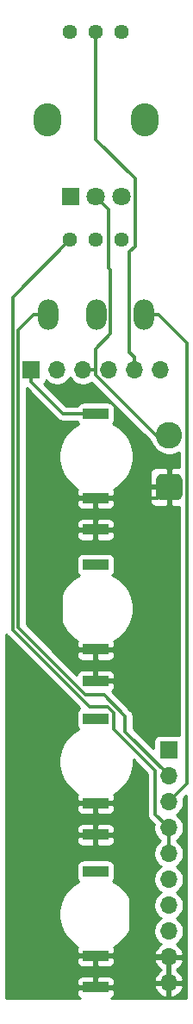
<source format=gtl>
G04 #@! TF.GenerationSoftware,KiCad,Pcbnew,(5.1.5-0-10_14)*
G04 #@! TF.CreationDate,2020-09-10T18:34:02-04:00*
G04 #@! TF.ProjectId,AYOMSM - VCA Control Board,41594f4d-534d-4202-9d20-56434120436f,1.1*
G04 #@! TF.SameCoordinates,Original*
G04 #@! TF.FileFunction,Copper,L1,Top*
G04 #@! TF.FilePolarity,Positive*
%FSLAX46Y46*%
G04 Gerber Fmt 4.6, Leading zero omitted, Abs format (unit mm)*
G04 Created by KiCad (PCBNEW (5.1.5-0-10_14)) date 2020-09-10 18:34:02*
%MOMM*%
%LPD*%
G04 APERTURE LIST*
%ADD10R,1.700000X1.700000*%
%ADD11O,1.700000X1.700000*%
%ADD12C,1.440000*%
%ADD13R,1.800000X1.800000*%
%ADD14C,1.800000*%
%ADD15O,2.720000X3.240000*%
%ADD16C,0.100000*%
%ADD17C,2.600000*%
%ADD18O,2.000000X3.000000*%
%ADD19R,2.500000X1.000000*%
%ADD20C,0.300000*%
%ADD21C,0.254000*%
G04 APERTURE END LIST*
D10*
X79150000Y-90614500D03*
D11*
X81690000Y-90614500D03*
X84230000Y-90614500D03*
X86770000Y-90614500D03*
X89310000Y-90614500D03*
X91850000Y-90614500D03*
D10*
X92646500Y-127965000D03*
D11*
X92646500Y-130505000D03*
X92646500Y-133045000D03*
X92646500Y-135585000D03*
X92646500Y-138125000D03*
X92646500Y-140665000D03*
X92646500Y-143205000D03*
X92646500Y-145745000D03*
X92646500Y-148285000D03*
X92646500Y-150825000D03*
D12*
X88030000Y-77851000D03*
X85490000Y-77851000D03*
X82950000Y-77851000D03*
X88050000Y-57404000D03*
X85510000Y-57404000D03*
X82970000Y-57404000D03*
D13*
X83000000Y-73556000D03*
D14*
X85500000Y-73556000D03*
X88000000Y-73556000D03*
D15*
X90300000Y-66056000D03*
X80700000Y-66056000D03*
G04 #@! TA.AperFunction,ComponentPad*
D16*
G36*
X93423711Y-100811130D02*
G01*
X93486809Y-100820490D01*
X93548685Y-100835989D01*
X93608744Y-100857478D01*
X93666408Y-100884751D01*
X93721121Y-100917545D01*
X93772356Y-100955543D01*
X93819619Y-100998381D01*
X93862457Y-101045644D01*
X93900455Y-101096879D01*
X93933249Y-101151592D01*
X93960522Y-101209256D01*
X93982011Y-101269315D01*
X93997510Y-101331191D01*
X94006870Y-101394289D01*
X94010000Y-101458000D01*
X94010000Y-102758000D01*
X94006870Y-102821711D01*
X93997510Y-102884809D01*
X93982011Y-102946685D01*
X93960522Y-103006744D01*
X93933249Y-103064408D01*
X93900455Y-103119121D01*
X93862457Y-103170356D01*
X93819619Y-103217619D01*
X93772356Y-103260457D01*
X93721121Y-103298455D01*
X93666408Y-103331249D01*
X93608744Y-103358522D01*
X93548685Y-103380011D01*
X93486809Y-103395510D01*
X93423711Y-103404870D01*
X93360000Y-103408000D01*
X92060000Y-103408000D01*
X91996289Y-103404870D01*
X91933191Y-103395510D01*
X91871315Y-103380011D01*
X91811256Y-103358522D01*
X91753592Y-103331249D01*
X91698879Y-103298455D01*
X91647644Y-103260457D01*
X91600381Y-103217619D01*
X91557543Y-103170356D01*
X91519545Y-103119121D01*
X91486751Y-103064408D01*
X91459478Y-103006744D01*
X91437989Y-102946685D01*
X91422490Y-102884809D01*
X91413130Y-102821711D01*
X91410000Y-102758000D01*
X91410000Y-101458000D01*
X91413130Y-101394289D01*
X91422490Y-101331191D01*
X91437989Y-101269315D01*
X91459478Y-101209256D01*
X91486751Y-101151592D01*
X91519545Y-101096879D01*
X91557543Y-101045644D01*
X91600381Y-100998381D01*
X91647644Y-100955543D01*
X91698879Y-100917545D01*
X91753592Y-100884751D01*
X91811256Y-100857478D01*
X91871315Y-100835989D01*
X91933191Y-100820490D01*
X91996289Y-100811130D01*
X92060000Y-100808000D01*
X93360000Y-100808000D01*
X93423711Y-100811130D01*
G37*
G04 #@! TD.AperFunction*
D17*
X92710000Y-97028000D03*
D18*
X80822800Y-85189800D03*
X85522800Y-85189800D03*
X90222800Y-85189800D03*
D19*
X85471000Y-94902000D03*
X85471000Y-103202000D03*
X85471000Y-106302000D03*
X85471000Y-109761000D03*
X85471000Y-118061000D03*
X85471000Y-121161000D03*
X85471000Y-124874000D03*
X85471000Y-133174000D03*
X85471000Y-136274000D03*
X85471000Y-139860000D03*
X85471000Y-148160000D03*
X85471000Y-151260000D03*
D20*
X85471000Y-103202000D02*
X91616000Y-103202000D01*
X91616000Y-103202000D02*
X92710000Y-102108000D01*
X85471000Y-106302000D02*
X85471000Y-103202000D01*
X85471000Y-121161000D02*
X85471000Y-118061000D01*
X85471000Y-151260000D02*
X85471000Y-148160000D01*
X85471000Y-118061000D02*
X83820700Y-118061000D01*
X83820700Y-118061000D02*
X82088700Y-116329000D01*
X82088700Y-116329000D02*
X82088700Y-110584600D01*
X82088700Y-110584600D02*
X85471000Y-107202300D01*
X85471000Y-106302000D02*
X85471000Y-107202300D01*
X85471000Y-136274000D02*
X85471000Y-137174300D01*
X92646500Y-150825000D02*
X92646500Y-148285000D01*
X85471000Y-136274000D02*
X85471000Y-133174000D01*
X92521500Y-148160000D02*
X92646500Y-148285000D01*
X88929673Y-140618673D02*
X88900000Y-140589000D01*
X88929673Y-148052327D02*
X88929673Y-140618673D01*
X88822000Y-148160000D02*
X88929673Y-148052327D01*
X88900000Y-140589000D02*
X85471000Y-137174300D01*
X88901400Y-140604700D02*
X88900000Y-140589000D01*
X85471000Y-148160000D02*
X88822000Y-148160000D01*
X88822000Y-148160000D02*
X92521500Y-148160000D01*
X79150000Y-91764500D02*
X79150000Y-90614500D01*
X82287500Y-94902000D02*
X79150000Y-91764500D01*
X85471000Y-94902000D02*
X82287500Y-94902000D01*
X85500000Y-73556000D02*
X86760000Y-74816000D01*
X86760000Y-74816000D02*
X86760000Y-80605800D01*
X86760000Y-80605800D02*
X86950700Y-80796500D01*
X86950700Y-80796500D02*
X86950700Y-87081600D01*
X86950700Y-87081600D02*
X85480300Y-88552000D01*
X85480300Y-88552000D02*
X85480300Y-90614500D01*
X84230000Y-90614500D02*
X85480300Y-90614500D01*
X92710000Y-97028000D02*
X91375700Y-97028000D01*
X91375700Y-97028000D02*
X85480300Y-91132600D01*
X85480300Y-91132600D02*
X85480300Y-90614500D01*
X89310000Y-90614500D02*
X89310000Y-89364200D01*
X85510000Y-57404000D02*
X85510000Y-67965200D01*
X85510000Y-67965200D02*
X89340500Y-71795700D01*
X89340500Y-71795700D02*
X89340500Y-78453300D01*
X89340500Y-78453300D02*
X88816300Y-78977500D01*
X88816300Y-78977500D02*
X88816300Y-88870500D01*
X88816300Y-88870500D02*
X89310000Y-89364200D01*
X88379600Y-124614400D02*
X88379600Y-126118102D01*
X88379600Y-126118102D02*
X92646500Y-130385002D01*
X86317400Y-122552200D02*
X88379600Y-124614400D01*
X84503200Y-122552200D02*
X86317400Y-122552200D01*
X77894800Y-115943800D02*
X84503200Y-122552200D01*
X77894800Y-86717500D02*
X77894800Y-115943800D01*
X92646500Y-130385002D02*
X92646500Y-130505000D01*
X79422500Y-85189800D02*
X77894800Y-86717500D01*
X80822800Y-85189800D02*
X79422500Y-85189800D01*
X94437900Y-88004600D02*
X94437900Y-131253600D01*
X91623100Y-85189800D02*
X94437900Y-88004600D01*
X94437900Y-131253600D02*
X92646500Y-133045000D01*
X90222800Y-85189800D02*
X91623100Y-85189800D01*
X82950000Y-77851000D02*
X77344300Y-83456700D01*
X77344300Y-83456700D02*
X77344300Y-116171600D01*
X77344300Y-116171600D02*
X84910300Y-123737600D01*
X84910300Y-123737600D02*
X86696900Y-123737600D01*
X86696900Y-123737600D02*
X87280600Y-124321300D01*
X87280600Y-124321300D02*
X87280600Y-125869400D01*
X87280600Y-125869400D02*
X91356900Y-129945700D01*
X92646500Y-138125000D02*
X92646500Y-135585000D01*
X91356900Y-134295400D02*
X92646500Y-135585000D01*
X91356900Y-129945700D02*
X91356900Y-134295400D01*
D21*
G36*
X76688439Y-116609833D02*
G01*
X76728990Y-116659244D01*
X76761955Y-116699412D01*
X76761959Y-116699416D01*
X76786537Y-116729364D01*
X76816485Y-116753942D01*
X83892247Y-123829704D01*
X83866506Y-123843463D01*
X83769815Y-123922815D01*
X83690463Y-124019506D01*
X83631498Y-124129820D01*
X83595188Y-124249518D01*
X83582928Y-124374000D01*
X83582928Y-125374000D01*
X83595188Y-125498482D01*
X83631498Y-125618180D01*
X83690463Y-125728494D01*
X83769815Y-125825185D01*
X83800891Y-125850688D01*
X83764755Y-125865656D01*
X83164753Y-126266565D01*
X82654493Y-126776825D01*
X82253584Y-127376827D01*
X81977434Y-128043513D01*
X81836653Y-128751264D01*
X81836653Y-129472880D01*
X81977434Y-130180631D01*
X82253584Y-130847317D01*
X82654493Y-131447319D01*
X83164753Y-131957579D01*
X83696112Y-132312622D01*
X83690463Y-132319506D01*
X83631498Y-132429820D01*
X83595188Y-132549518D01*
X83582928Y-132674000D01*
X83586000Y-132888250D01*
X83744750Y-133047000D01*
X85344000Y-133047000D01*
X85344000Y-133027000D01*
X85598000Y-133027000D01*
X85598000Y-133047000D01*
X87197250Y-133047000D01*
X87356000Y-132888250D01*
X87359072Y-132674000D01*
X87346812Y-132549518D01*
X87310502Y-132429820D01*
X87262603Y-132340208D01*
X87835247Y-131957579D01*
X88345507Y-131447319D01*
X88746416Y-130847317D01*
X89022566Y-130180631D01*
X89163347Y-129472880D01*
X89163347Y-128862304D01*
X90571900Y-130270857D01*
X90571901Y-134256837D01*
X90568103Y-134295400D01*
X90583259Y-134449286D01*
X90628146Y-134597259D01*
X90628147Y-134597260D01*
X90701039Y-134733633D01*
X90741590Y-134783044D01*
X90774555Y-134823212D01*
X90774559Y-134823216D01*
X90799137Y-134853164D01*
X90829085Y-134877742D01*
X91199425Y-135248082D01*
X91161500Y-135438740D01*
X91161500Y-135731260D01*
X91218568Y-136018158D01*
X91330510Y-136288411D01*
X91493025Y-136531632D01*
X91699868Y-136738475D01*
X91861501Y-136846474D01*
X91861500Y-136863526D01*
X91699868Y-136971525D01*
X91493025Y-137178368D01*
X91330510Y-137421589D01*
X91218568Y-137691842D01*
X91161500Y-137978740D01*
X91161500Y-138271260D01*
X91218568Y-138558158D01*
X91330510Y-138828411D01*
X91493025Y-139071632D01*
X91699868Y-139278475D01*
X91874260Y-139395000D01*
X91699868Y-139511525D01*
X91493025Y-139718368D01*
X91330510Y-139961589D01*
X91218568Y-140231842D01*
X91161500Y-140518740D01*
X91161500Y-140811260D01*
X91218568Y-141098158D01*
X91330510Y-141368411D01*
X91493025Y-141611632D01*
X91699868Y-141818475D01*
X91874260Y-141935000D01*
X91699868Y-142051525D01*
X91493025Y-142258368D01*
X91330510Y-142501589D01*
X91218568Y-142771842D01*
X91161500Y-143058740D01*
X91161500Y-143351260D01*
X91218568Y-143638158D01*
X91330510Y-143908411D01*
X91493025Y-144151632D01*
X91699868Y-144358475D01*
X91874260Y-144475000D01*
X91699868Y-144591525D01*
X91493025Y-144798368D01*
X91330510Y-145041589D01*
X91218568Y-145311842D01*
X91161500Y-145598740D01*
X91161500Y-145891260D01*
X91218568Y-146178158D01*
X91330510Y-146448411D01*
X91493025Y-146691632D01*
X91699868Y-146898475D01*
X91882034Y-147020195D01*
X91765145Y-147089822D01*
X91548912Y-147284731D01*
X91374859Y-147518080D01*
X91249675Y-147780901D01*
X91205024Y-147928110D01*
X91326345Y-148158000D01*
X92519500Y-148158000D01*
X92519500Y-148138000D01*
X92773500Y-148138000D01*
X92773500Y-148158000D01*
X93966655Y-148158000D01*
X94087976Y-147928110D01*
X94043325Y-147780901D01*
X93918141Y-147518080D01*
X93744088Y-147284731D01*
X93527855Y-147089822D01*
X93410966Y-147020195D01*
X93593132Y-146898475D01*
X93799975Y-146691632D01*
X93962490Y-146448411D01*
X94074432Y-146178158D01*
X94131500Y-145891260D01*
X94131500Y-145598740D01*
X94074432Y-145311842D01*
X93962490Y-145041589D01*
X93799975Y-144798368D01*
X93593132Y-144591525D01*
X93418740Y-144475000D01*
X93593132Y-144358475D01*
X93799975Y-144151632D01*
X93962490Y-143908411D01*
X94074432Y-143638158D01*
X94131500Y-143351260D01*
X94131500Y-143058740D01*
X94074432Y-142771842D01*
X93962490Y-142501589D01*
X93799975Y-142258368D01*
X93593132Y-142051525D01*
X93418740Y-141935000D01*
X93593132Y-141818475D01*
X93799975Y-141611632D01*
X93962490Y-141368411D01*
X94074432Y-141098158D01*
X94131500Y-140811260D01*
X94131500Y-140518740D01*
X94074432Y-140231842D01*
X93962490Y-139961589D01*
X93799975Y-139718368D01*
X93593132Y-139511525D01*
X93418740Y-139395000D01*
X93593132Y-139278475D01*
X93799975Y-139071632D01*
X93962490Y-138828411D01*
X94074432Y-138558158D01*
X94131500Y-138271260D01*
X94131500Y-137978740D01*
X94074432Y-137691842D01*
X93962490Y-137421589D01*
X93799975Y-137178368D01*
X93593132Y-136971525D01*
X93431500Y-136863526D01*
X93431500Y-136846474D01*
X93593132Y-136738475D01*
X93799975Y-136531632D01*
X93962490Y-136288411D01*
X94074432Y-136018158D01*
X94131500Y-135731260D01*
X94131500Y-135438740D01*
X94074432Y-135151842D01*
X93962490Y-134881589D01*
X93799975Y-134638368D01*
X93593132Y-134431525D01*
X93418740Y-134315000D01*
X93593132Y-134198475D01*
X93799975Y-133991632D01*
X93962490Y-133748411D01*
X94074432Y-133478158D01*
X94131500Y-133191260D01*
X94131500Y-132898740D01*
X94093575Y-132708082D01*
X94340001Y-132461657D01*
X94340001Y-152340000D01*
X86982957Y-152340000D01*
X87075494Y-152290537D01*
X87172185Y-152211185D01*
X87251537Y-152114494D01*
X87310502Y-152004180D01*
X87346812Y-151884482D01*
X87359072Y-151760000D01*
X87356000Y-151545750D01*
X87197250Y-151387000D01*
X85598000Y-151387000D01*
X85598000Y-151407000D01*
X85344000Y-151407000D01*
X85344000Y-151387000D01*
X83744750Y-151387000D01*
X83586000Y-151545750D01*
X83582928Y-151760000D01*
X83595188Y-151884482D01*
X83631498Y-152004180D01*
X83690463Y-152114494D01*
X83769815Y-152211185D01*
X83866506Y-152290537D01*
X83959043Y-152340000D01*
X76660000Y-152340000D01*
X76660000Y-151181890D01*
X91205024Y-151181890D01*
X91249675Y-151329099D01*
X91374859Y-151591920D01*
X91548912Y-151825269D01*
X91765145Y-152020178D01*
X92015248Y-152169157D01*
X92289609Y-152266481D01*
X92519500Y-152145814D01*
X92519500Y-150952000D01*
X92773500Y-150952000D01*
X92773500Y-152145814D01*
X93003391Y-152266481D01*
X93277752Y-152169157D01*
X93527855Y-152020178D01*
X93744088Y-151825269D01*
X93918141Y-151591920D01*
X94043325Y-151329099D01*
X94087976Y-151181890D01*
X93966655Y-150952000D01*
X92773500Y-150952000D01*
X92519500Y-150952000D01*
X91326345Y-150952000D01*
X91205024Y-151181890D01*
X76660000Y-151181890D01*
X76660000Y-150760000D01*
X83582928Y-150760000D01*
X83586000Y-150974250D01*
X83744750Y-151133000D01*
X85344000Y-151133000D01*
X85344000Y-150283750D01*
X85598000Y-150283750D01*
X85598000Y-151133000D01*
X87197250Y-151133000D01*
X87356000Y-150974250D01*
X87359072Y-150760000D01*
X87346812Y-150635518D01*
X87310502Y-150515820D01*
X87251537Y-150405506D01*
X87172185Y-150308815D01*
X87075494Y-150229463D01*
X86965180Y-150170498D01*
X86845482Y-150134188D01*
X86721000Y-150121928D01*
X85756750Y-150125000D01*
X85598000Y-150283750D01*
X85344000Y-150283750D01*
X85185250Y-150125000D01*
X84221000Y-150121928D01*
X84096518Y-150134188D01*
X83976820Y-150170498D01*
X83866506Y-150229463D01*
X83769815Y-150308815D01*
X83690463Y-150405506D01*
X83631498Y-150515820D01*
X83595188Y-150635518D01*
X83582928Y-150760000D01*
X76660000Y-150760000D01*
X76660000Y-148660000D01*
X83582928Y-148660000D01*
X83595188Y-148784482D01*
X83631498Y-148904180D01*
X83690463Y-149014494D01*
X83769815Y-149111185D01*
X83866506Y-149190537D01*
X83976820Y-149249502D01*
X84096518Y-149285812D01*
X84221000Y-149298072D01*
X85185250Y-149295000D01*
X85344000Y-149136250D01*
X85344000Y-148287000D01*
X85598000Y-148287000D01*
X85598000Y-149136250D01*
X85756750Y-149295000D01*
X86721000Y-149298072D01*
X86845482Y-149285812D01*
X86965180Y-149249502D01*
X87075494Y-149190537D01*
X87172185Y-149111185D01*
X87251537Y-149014494D01*
X87310502Y-148904180D01*
X87346812Y-148784482D01*
X87359072Y-148660000D01*
X87358813Y-148641890D01*
X91205024Y-148641890D01*
X91249675Y-148789099D01*
X91374859Y-149051920D01*
X91548912Y-149285269D01*
X91765145Y-149480178D01*
X91890755Y-149555000D01*
X91765145Y-149629822D01*
X91548912Y-149824731D01*
X91374859Y-150058080D01*
X91249675Y-150320901D01*
X91205024Y-150468110D01*
X91326345Y-150698000D01*
X92519500Y-150698000D01*
X92519500Y-148412000D01*
X92773500Y-148412000D01*
X92773500Y-150698000D01*
X93966655Y-150698000D01*
X94087976Y-150468110D01*
X94043325Y-150320901D01*
X93918141Y-150058080D01*
X93744088Y-149824731D01*
X93527855Y-149629822D01*
X93402245Y-149555000D01*
X93527855Y-149480178D01*
X93744088Y-149285269D01*
X93918141Y-149051920D01*
X94043325Y-148789099D01*
X94087976Y-148641890D01*
X93966655Y-148412000D01*
X92773500Y-148412000D01*
X92519500Y-148412000D01*
X91326345Y-148412000D01*
X91205024Y-148641890D01*
X87358813Y-148641890D01*
X87356000Y-148445750D01*
X87197250Y-148287000D01*
X85598000Y-148287000D01*
X85344000Y-148287000D01*
X83744750Y-148287000D01*
X83586000Y-148445750D01*
X83582928Y-148660000D01*
X76660000Y-148660000D01*
X76660000Y-143737264D01*
X81836653Y-143737264D01*
X81836653Y-144458880D01*
X81977434Y-145166631D01*
X82253584Y-145833317D01*
X82654493Y-146433319D01*
X83164753Y-146943579D01*
X83696112Y-147298622D01*
X83690463Y-147305506D01*
X83631498Y-147415820D01*
X83595188Y-147535518D01*
X83582928Y-147660000D01*
X83586000Y-147874250D01*
X83744750Y-148033000D01*
X85344000Y-148033000D01*
X85344000Y-148013000D01*
X85598000Y-148013000D01*
X85598000Y-148033000D01*
X87197250Y-148033000D01*
X87356000Y-147874250D01*
X87359072Y-147660000D01*
X87346812Y-147535518D01*
X87310502Y-147415820D01*
X87262603Y-147326208D01*
X87835247Y-146943579D01*
X88345507Y-146433319D01*
X88746416Y-145833317D01*
X89022566Y-145166631D01*
X89163347Y-144458880D01*
X89163347Y-143737264D01*
X89022566Y-143029513D01*
X88746416Y-142362827D01*
X88345507Y-141762825D01*
X87835247Y-141252565D01*
X87235245Y-140851656D01*
X87160564Y-140820722D01*
X87172185Y-140811185D01*
X87251537Y-140714494D01*
X87310502Y-140604180D01*
X87346812Y-140484482D01*
X87359072Y-140360000D01*
X87359072Y-139360000D01*
X87346812Y-139235518D01*
X87310502Y-139115820D01*
X87251537Y-139005506D01*
X87172185Y-138908815D01*
X87075494Y-138829463D01*
X86965180Y-138770498D01*
X86845482Y-138734188D01*
X86721000Y-138721928D01*
X84221000Y-138721928D01*
X84096518Y-138734188D01*
X83976820Y-138770498D01*
X83866506Y-138829463D01*
X83769815Y-138908815D01*
X83690463Y-139005506D01*
X83631498Y-139115820D01*
X83595188Y-139235518D01*
X83582928Y-139360000D01*
X83582928Y-140360000D01*
X83595188Y-140484482D01*
X83631498Y-140604180D01*
X83690463Y-140714494D01*
X83769815Y-140811185D01*
X83800891Y-140836688D01*
X83764755Y-140851656D01*
X83164753Y-141252565D01*
X82654493Y-141762825D01*
X82253584Y-142362827D01*
X81977434Y-143029513D01*
X81836653Y-143737264D01*
X76660000Y-143737264D01*
X76660000Y-136774000D01*
X83582928Y-136774000D01*
X83595188Y-136898482D01*
X83631498Y-137018180D01*
X83690463Y-137128494D01*
X83769815Y-137225185D01*
X83866506Y-137304537D01*
X83976820Y-137363502D01*
X84096518Y-137399812D01*
X84221000Y-137412072D01*
X85185250Y-137409000D01*
X85344000Y-137250250D01*
X85344000Y-136401000D01*
X85598000Y-136401000D01*
X85598000Y-137250250D01*
X85756750Y-137409000D01*
X86721000Y-137412072D01*
X86845482Y-137399812D01*
X86965180Y-137363502D01*
X87075494Y-137304537D01*
X87172185Y-137225185D01*
X87251537Y-137128494D01*
X87310502Y-137018180D01*
X87346812Y-136898482D01*
X87359072Y-136774000D01*
X87356000Y-136559750D01*
X87197250Y-136401000D01*
X85598000Y-136401000D01*
X85344000Y-136401000D01*
X83744750Y-136401000D01*
X83586000Y-136559750D01*
X83582928Y-136774000D01*
X76660000Y-136774000D01*
X76660000Y-135774000D01*
X83582928Y-135774000D01*
X83586000Y-135988250D01*
X83744750Y-136147000D01*
X85344000Y-136147000D01*
X85344000Y-135297750D01*
X85598000Y-135297750D01*
X85598000Y-136147000D01*
X87197250Y-136147000D01*
X87356000Y-135988250D01*
X87359072Y-135774000D01*
X87346812Y-135649518D01*
X87310502Y-135529820D01*
X87251537Y-135419506D01*
X87172185Y-135322815D01*
X87075494Y-135243463D01*
X86965180Y-135184498D01*
X86845482Y-135148188D01*
X86721000Y-135135928D01*
X85756750Y-135139000D01*
X85598000Y-135297750D01*
X85344000Y-135297750D01*
X85185250Y-135139000D01*
X84221000Y-135135928D01*
X84096518Y-135148188D01*
X83976820Y-135184498D01*
X83866506Y-135243463D01*
X83769815Y-135322815D01*
X83690463Y-135419506D01*
X83631498Y-135529820D01*
X83595188Y-135649518D01*
X83582928Y-135774000D01*
X76660000Y-135774000D01*
X76660000Y-133674000D01*
X83582928Y-133674000D01*
X83595188Y-133798482D01*
X83631498Y-133918180D01*
X83690463Y-134028494D01*
X83769815Y-134125185D01*
X83866506Y-134204537D01*
X83976820Y-134263502D01*
X84096518Y-134299812D01*
X84221000Y-134312072D01*
X85185250Y-134309000D01*
X85344000Y-134150250D01*
X85344000Y-133301000D01*
X85598000Y-133301000D01*
X85598000Y-134150250D01*
X85756750Y-134309000D01*
X86721000Y-134312072D01*
X86845482Y-134299812D01*
X86965180Y-134263502D01*
X87075494Y-134204537D01*
X87172185Y-134125185D01*
X87251537Y-134028494D01*
X87310502Y-133918180D01*
X87346812Y-133798482D01*
X87359072Y-133674000D01*
X87356000Y-133459750D01*
X87197250Y-133301000D01*
X85598000Y-133301000D01*
X85344000Y-133301000D01*
X83744750Y-133301000D01*
X83586000Y-133459750D01*
X83582928Y-133674000D01*
X76660000Y-133674000D01*
X76660000Y-116556627D01*
X76688439Y-116609833D01*
G37*
X76688439Y-116609833D02*
X76728990Y-116659244D01*
X76761955Y-116699412D01*
X76761959Y-116699416D01*
X76786537Y-116729364D01*
X76816485Y-116753942D01*
X83892247Y-123829704D01*
X83866506Y-123843463D01*
X83769815Y-123922815D01*
X83690463Y-124019506D01*
X83631498Y-124129820D01*
X83595188Y-124249518D01*
X83582928Y-124374000D01*
X83582928Y-125374000D01*
X83595188Y-125498482D01*
X83631498Y-125618180D01*
X83690463Y-125728494D01*
X83769815Y-125825185D01*
X83800891Y-125850688D01*
X83764755Y-125865656D01*
X83164753Y-126266565D01*
X82654493Y-126776825D01*
X82253584Y-127376827D01*
X81977434Y-128043513D01*
X81836653Y-128751264D01*
X81836653Y-129472880D01*
X81977434Y-130180631D01*
X82253584Y-130847317D01*
X82654493Y-131447319D01*
X83164753Y-131957579D01*
X83696112Y-132312622D01*
X83690463Y-132319506D01*
X83631498Y-132429820D01*
X83595188Y-132549518D01*
X83582928Y-132674000D01*
X83586000Y-132888250D01*
X83744750Y-133047000D01*
X85344000Y-133047000D01*
X85344000Y-133027000D01*
X85598000Y-133027000D01*
X85598000Y-133047000D01*
X87197250Y-133047000D01*
X87356000Y-132888250D01*
X87359072Y-132674000D01*
X87346812Y-132549518D01*
X87310502Y-132429820D01*
X87262603Y-132340208D01*
X87835247Y-131957579D01*
X88345507Y-131447319D01*
X88746416Y-130847317D01*
X89022566Y-130180631D01*
X89163347Y-129472880D01*
X89163347Y-128862304D01*
X90571900Y-130270857D01*
X90571901Y-134256837D01*
X90568103Y-134295400D01*
X90583259Y-134449286D01*
X90628146Y-134597259D01*
X90628147Y-134597260D01*
X90701039Y-134733633D01*
X90741590Y-134783044D01*
X90774555Y-134823212D01*
X90774559Y-134823216D01*
X90799137Y-134853164D01*
X90829085Y-134877742D01*
X91199425Y-135248082D01*
X91161500Y-135438740D01*
X91161500Y-135731260D01*
X91218568Y-136018158D01*
X91330510Y-136288411D01*
X91493025Y-136531632D01*
X91699868Y-136738475D01*
X91861501Y-136846474D01*
X91861500Y-136863526D01*
X91699868Y-136971525D01*
X91493025Y-137178368D01*
X91330510Y-137421589D01*
X91218568Y-137691842D01*
X91161500Y-137978740D01*
X91161500Y-138271260D01*
X91218568Y-138558158D01*
X91330510Y-138828411D01*
X91493025Y-139071632D01*
X91699868Y-139278475D01*
X91874260Y-139395000D01*
X91699868Y-139511525D01*
X91493025Y-139718368D01*
X91330510Y-139961589D01*
X91218568Y-140231842D01*
X91161500Y-140518740D01*
X91161500Y-140811260D01*
X91218568Y-141098158D01*
X91330510Y-141368411D01*
X91493025Y-141611632D01*
X91699868Y-141818475D01*
X91874260Y-141935000D01*
X91699868Y-142051525D01*
X91493025Y-142258368D01*
X91330510Y-142501589D01*
X91218568Y-142771842D01*
X91161500Y-143058740D01*
X91161500Y-143351260D01*
X91218568Y-143638158D01*
X91330510Y-143908411D01*
X91493025Y-144151632D01*
X91699868Y-144358475D01*
X91874260Y-144475000D01*
X91699868Y-144591525D01*
X91493025Y-144798368D01*
X91330510Y-145041589D01*
X91218568Y-145311842D01*
X91161500Y-145598740D01*
X91161500Y-145891260D01*
X91218568Y-146178158D01*
X91330510Y-146448411D01*
X91493025Y-146691632D01*
X91699868Y-146898475D01*
X91882034Y-147020195D01*
X91765145Y-147089822D01*
X91548912Y-147284731D01*
X91374859Y-147518080D01*
X91249675Y-147780901D01*
X91205024Y-147928110D01*
X91326345Y-148158000D01*
X92519500Y-148158000D01*
X92519500Y-148138000D01*
X92773500Y-148138000D01*
X92773500Y-148158000D01*
X93966655Y-148158000D01*
X94087976Y-147928110D01*
X94043325Y-147780901D01*
X93918141Y-147518080D01*
X93744088Y-147284731D01*
X93527855Y-147089822D01*
X93410966Y-147020195D01*
X93593132Y-146898475D01*
X93799975Y-146691632D01*
X93962490Y-146448411D01*
X94074432Y-146178158D01*
X94131500Y-145891260D01*
X94131500Y-145598740D01*
X94074432Y-145311842D01*
X93962490Y-145041589D01*
X93799975Y-144798368D01*
X93593132Y-144591525D01*
X93418740Y-144475000D01*
X93593132Y-144358475D01*
X93799975Y-144151632D01*
X93962490Y-143908411D01*
X94074432Y-143638158D01*
X94131500Y-143351260D01*
X94131500Y-143058740D01*
X94074432Y-142771842D01*
X93962490Y-142501589D01*
X93799975Y-142258368D01*
X93593132Y-142051525D01*
X93418740Y-141935000D01*
X93593132Y-141818475D01*
X93799975Y-141611632D01*
X93962490Y-141368411D01*
X94074432Y-141098158D01*
X94131500Y-140811260D01*
X94131500Y-140518740D01*
X94074432Y-140231842D01*
X93962490Y-139961589D01*
X93799975Y-139718368D01*
X93593132Y-139511525D01*
X93418740Y-139395000D01*
X93593132Y-139278475D01*
X93799975Y-139071632D01*
X93962490Y-138828411D01*
X94074432Y-138558158D01*
X94131500Y-138271260D01*
X94131500Y-137978740D01*
X94074432Y-137691842D01*
X93962490Y-137421589D01*
X93799975Y-137178368D01*
X93593132Y-136971525D01*
X93431500Y-136863526D01*
X93431500Y-136846474D01*
X93593132Y-136738475D01*
X93799975Y-136531632D01*
X93962490Y-136288411D01*
X94074432Y-136018158D01*
X94131500Y-135731260D01*
X94131500Y-135438740D01*
X94074432Y-135151842D01*
X93962490Y-134881589D01*
X93799975Y-134638368D01*
X93593132Y-134431525D01*
X93418740Y-134315000D01*
X93593132Y-134198475D01*
X93799975Y-133991632D01*
X93962490Y-133748411D01*
X94074432Y-133478158D01*
X94131500Y-133191260D01*
X94131500Y-132898740D01*
X94093575Y-132708082D01*
X94340001Y-132461657D01*
X94340001Y-152340000D01*
X86982957Y-152340000D01*
X87075494Y-152290537D01*
X87172185Y-152211185D01*
X87251537Y-152114494D01*
X87310502Y-152004180D01*
X87346812Y-151884482D01*
X87359072Y-151760000D01*
X87356000Y-151545750D01*
X87197250Y-151387000D01*
X85598000Y-151387000D01*
X85598000Y-151407000D01*
X85344000Y-151407000D01*
X85344000Y-151387000D01*
X83744750Y-151387000D01*
X83586000Y-151545750D01*
X83582928Y-151760000D01*
X83595188Y-151884482D01*
X83631498Y-152004180D01*
X83690463Y-152114494D01*
X83769815Y-152211185D01*
X83866506Y-152290537D01*
X83959043Y-152340000D01*
X76660000Y-152340000D01*
X76660000Y-151181890D01*
X91205024Y-151181890D01*
X91249675Y-151329099D01*
X91374859Y-151591920D01*
X91548912Y-151825269D01*
X91765145Y-152020178D01*
X92015248Y-152169157D01*
X92289609Y-152266481D01*
X92519500Y-152145814D01*
X92519500Y-150952000D01*
X92773500Y-150952000D01*
X92773500Y-152145814D01*
X93003391Y-152266481D01*
X93277752Y-152169157D01*
X93527855Y-152020178D01*
X93744088Y-151825269D01*
X93918141Y-151591920D01*
X94043325Y-151329099D01*
X94087976Y-151181890D01*
X93966655Y-150952000D01*
X92773500Y-150952000D01*
X92519500Y-150952000D01*
X91326345Y-150952000D01*
X91205024Y-151181890D01*
X76660000Y-151181890D01*
X76660000Y-150760000D01*
X83582928Y-150760000D01*
X83586000Y-150974250D01*
X83744750Y-151133000D01*
X85344000Y-151133000D01*
X85344000Y-150283750D01*
X85598000Y-150283750D01*
X85598000Y-151133000D01*
X87197250Y-151133000D01*
X87356000Y-150974250D01*
X87359072Y-150760000D01*
X87346812Y-150635518D01*
X87310502Y-150515820D01*
X87251537Y-150405506D01*
X87172185Y-150308815D01*
X87075494Y-150229463D01*
X86965180Y-150170498D01*
X86845482Y-150134188D01*
X86721000Y-150121928D01*
X85756750Y-150125000D01*
X85598000Y-150283750D01*
X85344000Y-150283750D01*
X85185250Y-150125000D01*
X84221000Y-150121928D01*
X84096518Y-150134188D01*
X83976820Y-150170498D01*
X83866506Y-150229463D01*
X83769815Y-150308815D01*
X83690463Y-150405506D01*
X83631498Y-150515820D01*
X83595188Y-150635518D01*
X83582928Y-150760000D01*
X76660000Y-150760000D01*
X76660000Y-148660000D01*
X83582928Y-148660000D01*
X83595188Y-148784482D01*
X83631498Y-148904180D01*
X83690463Y-149014494D01*
X83769815Y-149111185D01*
X83866506Y-149190537D01*
X83976820Y-149249502D01*
X84096518Y-149285812D01*
X84221000Y-149298072D01*
X85185250Y-149295000D01*
X85344000Y-149136250D01*
X85344000Y-148287000D01*
X85598000Y-148287000D01*
X85598000Y-149136250D01*
X85756750Y-149295000D01*
X86721000Y-149298072D01*
X86845482Y-149285812D01*
X86965180Y-149249502D01*
X87075494Y-149190537D01*
X87172185Y-149111185D01*
X87251537Y-149014494D01*
X87310502Y-148904180D01*
X87346812Y-148784482D01*
X87359072Y-148660000D01*
X87358813Y-148641890D01*
X91205024Y-148641890D01*
X91249675Y-148789099D01*
X91374859Y-149051920D01*
X91548912Y-149285269D01*
X91765145Y-149480178D01*
X91890755Y-149555000D01*
X91765145Y-149629822D01*
X91548912Y-149824731D01*
X91374859Y-150058080D01*
X91249675Y-150320901D01*
X91205024Y-150468110D01*
X91326345Y-150698000D01*
X92519500Y-150698000D01*
X92519500Y-148412000D01*
X92773500Y-148412000D01*
X92773500Y-150698000D01*
X93966655Y-150698000D01*
X94087976Y-150468110D01*
X94043325Y-150320901D01*
X93918141Y-150058080D01*
X93744088Y-149824731D01*
X93527855Y-149629822D01*
X93402245Y-149555000D01*
X93527855Y-149480178D01*
X93744088Y-149285269D01*
X93918141Y-149051920D01*
X94043325Y-148789099D01*
X94087976Y-148641890D01*
X93966655Y-148412000D01*
X92773500Y-148412000D01*
X92519500Y-148412000D01*
X91326345Y-148412000D01*
X91205024Y-148641890D01*
X87358813Y-148641890D01*
X87356000Y-148445750D01*
X87197250Y-148287000D01*
X85598000Y-148287000D01*
X85344000Y-148287000D01*
X83744750Y-148287000D01*
X83586000Y-148445750D01*
X83582928Y-148660000D01*
X76660000Y-148660000D01*
X76660000Y-143737264D01*
X81836653Y-143737264D01*
X81836653Y-144458880D01*
X81977434Y-145166631D01*
X82253584Y-145833317D01*
X82654493Y-146433319D01*
X83164753Y-146943579D01*
X83696112Y-147298622D01*
X83690463Y-147305506D01*
X83631498Y-147415820D01*
X83595188Y-147535518D01*
X83582928Y-147660000D01*
X83586000Y-147874250D01*
X83744750Y-148033000D01*
X85344000Y-148033000D01*
X85344000Y-148013000D01*
X85598000Y-148013000D01*
X85598000Y-148033000D01*
X87197250Y-148033000D01*
X87356000Y-147874250D01*
X87359072Y-147660000D01*
X87346812Y-147535518D01*
X87310502Y-147415820D01*
X87262603Y-147326208D01*
X87835247Y-146943579D01*
X88345507Y-146433319D01*
X88746416Y-145833317D01*
X89022566Y-145166631D01*
X89163347Y-144458880D01*
X89163347Y-143737264D01*
X89022566Y-143029513D01*
X88746416Y-142362827D01*
X88345507Y-141762825D01*
X87835247Y-141252565D01*
X87235245Y-140851656D01*
X87160564Y-140820722D01*
X87172185Y-140811185D01*
X87251537Y-140714494D01*
X87310502Y-140604180D01*
X87346812Y-140484482D01*
X87359072Y-140360000D01*
X87359072Y-139360000D01*
X87346812Y-139235518D01*
X87310502Y-139115820D01*
X87251537Y-139005506D01*
X87172185Y-138908815D01*
X87075494Y-138829463D01*
X86965180Y-138770498D01*
X86845482Y-138734188D01*
X86721000Y-138721928D01*
X84221000Y-138721928D01*
X84096518Y-138734188D01*
X83976820Y-138770498D01*
X83866506Y-138829463D01*
X83769815Y-138908815D01*
X83690463Y-139005506D01*
X83631498Y-139115820D01*
X83595188Y-139235518D01*
X83582928Y-139360000D01*
X83582928Y-140360000D01*
X83595188Y-140484482D01*
X83631498Y-140604180D01*
X83690463Y-140714494D01*
X83769815Y-140811185D01*
X83800891Y-140836688D01*
X83764755Y-140851656D01*
X83164753Y-141252565D01*
X82654493Y-141762825D01*
X82253584Y-142362827D01*
X81977434Y-143029513D01*
X81836653Y-143737264D01*
X76660000Y-143737264D01*
X76660000Y-136774000D01*
X83582928Y-136774000D01*
X83595188Y-136898482D01*
X83631498Y-137018180D01*
X83690463Y-137128494D01*
X83769815Y-137225185D01*
X83866506Y-137304537D01*
X83976820Y-137363502D01*
X84096518Y-137399812D01*
X84221000Y-137412072D01*
X85185250Y-137409000D01*
X85344000Y-137250250D01*
X85344000Y-136401000D01*
X85598000Y-136401000D01*
X85598000Y-137250250D01*
X85756750Y-137409000D01*
X86721000Y-137412072D01*
X86845482Y-137399812D01*
X86965180Y-137363502D01*
X87075494Y-137304537D01*
X87172185Y-137225185D01*
X87251537Y-137128494D01*
X87310502Y-137018180D01*
X87346812Y-136898482D01*
X87359072Y-136774000D01*
X87356000Y-136559750D01*
X87197250Y-136401000D01*
X85598000Y-136401000D01*
X85344000Y-136401000D01*
X83744750Y-136401000D01*
X83586000Y-136559750D01*
X83582928Y-136774000D01*
X76660000Y-136774000D01*
X76660000Y-135774000D01*
X83582928Y-135774000D01*
X83586000Y-135988250D01*
X83744750Y-136147000D01*
X85344000Y-136147000D01*
X85344000Y-135297750D01*
X85598000Y-135297750D01*
X85598000Y-136147000D01*
X87197250Y-136147000D01*
X87356000Y-135988250D01*
X87359072Y-135774000D01*
X87346812Y-135649518D01*
X87310502Y-135529820D01*
X87251537Y-135419506D01*
X87172185Y-135322815D01*
X87075494Y-135243463D01*
X86965180Y-135184498D01*
X86845482Y-135148188D01*
X86721000Y-135135928D01*
X85756750Y-135139000D01*
X85598000Y-135297750D01*
X85344000Y-135297750D01*
X85185250Y-135139000D01*
X84221000Y-135135928D01*
X84096518Y-135148188D01*
X83976820Y-135184498D01*
X83866506Y-135243463D01*
X83769815Y-135322815D01*
X83690463Y-135419506D01*
X83631498Y-135529820D01*
X83595188Y-135649518D01*
X83582928Y-135774000D01*
X76660000Y-135774000D01*
X76660000Y-133674000D01*
X83582928Y-133674000D01*
X83595188Y-133798482D01*
X83631498Y-133918180D01*
X83690463Y-134028494D01*
X83769815Y-134125185D01*
X83866506Y-134204537D01*
X83976820Y-134263502D01*
X84096518Y-134299812D01*
X84221000Y-134312072D01*
X85185250Y-134309000D01*
X85344000Y-134150250D01*
X85344000Y-133301000D01*
X85598000Y-133301000D01*
X85598000Y-134150250D01*
X85756750Y-134309000D01*
X86721000Y-134312072D01*
X86845482Y-134299812D01*
X86965180Y-134263502D01*
X87075494Y-134204537D01*
X87172185Y-134125185D01*
X87251537Y-134028494D01*
X87310502Y-133918180D01*
X87346812Y-133798482D01*
X87359072Y-133674000D01*
X87356000Y-133459750D01*
X87197250Y-133301000D01*
X85598000Y-133301000D01*
X85344000Y-133301000D01*
X83744750Y-133301000D01*
X83586000Y-133459750D01*
X83582928Y-133674000D01*
X76660000Y-133674000D01*
X76660000Y-116556627D01*
X76688439Y-116609833D01*
G36*
X83076525Y-91561132D02*
G01*
X83283368Y-91767975D01*
X83526589Y-91930490D01*
X83796842Y-92042432D01*
X84083740Y-92099500D01*
X84376260Y-92099500D01*
X84663158Y-92042432D01*
X84933411Y-91930490D01*
X85074057Y-91836514D01*
X90793353Y-97555810D01*
X90817936Y-97585764D01*
X90861369Y-97621409D01*
X90995225Y-97944566D01*
X91206987Y-98261491D01*
X91476509Y-98531013D01*
X91793434Y-98742775D01*
X92145581Y-98888639D01*
X92519419Y-98963000D01*
X92900581Y-98963000D01*
X93274419Y-98888639D01*
X93626566Y-98742775D01*
X93652900Y-98725179D01*
X93652900Y-100171010D01*
X92995750Y-100173000D01*
X92837000Y-100331750D01*
X92837000Y-101981000D01*
X92857000Y-101981000D01*
X92857000Y-102235000D01*
X92837000Y-102235000D01*
X92837000Y-103884250D01*
X92995750Y-104043000D01*
X93652900Y-104044990D01*
X93652901Y-126498870D01*
X93620982Y-126489188D01*
X93496500Y-126476928D01*
X91796500Y-126476928D01*
X91672018Y-126489188D01*
X91552320Y-126525498D01*
X91442006Y-126584463D01*
X91345315Y-126663815D01*
X91265963Y-126760506D01*
X91206998Y-126870820D01*
X91170688Y-126990518D01*
X91158428Y-127115000D01*
X91158428Y-127786773D01*
X89164600Y-125792945D01*
X89164600Y-124652952D01*
X89168397Y-124614399D01*
X89164600Y-124575846D01*
X89164600Y-124575839D01*
X89153241Y-124460513D01*
X89132902Y-124393462D01*
X89108354Y-124312540D01*
X89074668Y-124249518D01*
X89035462Y-124176167D01*
X88937364Y-124056636D01*
X88907417Y-124032059D01*
X87069890Y-122194533D01*
X87075494Y-122191537D01*
X87172185Y-122112185D01*
X87251537Y-122015494D01*
X87310502Y-121905180D01*
X87346812Y-121785482D01*
X87359072Y-121661000D01*
X87356000Y-121446750D01*
X87197250Y-121288000D01*
X85598000Y-121288000D01*
X85598000Y-121308000D01*
X85344000Y-121308000D01*
X85344000Y-121288000D01*
X85324000Y-121288000D01*
X85324000Y-121034000D01*
X85344000Y-121034000D01*
X85344000Y-120184750D01*
X85598000Y-120184750D01*
X85598000Y-121034000D01*
X87197250Y-121034000D01*
X87356000Y-120875250D01*
X87359072Y-120661000D01*
X87346812Y-120536518D01*
X87310502Y-120416820D01*
X87251537Y-120306506D01*
X87172185Y-120209815D01*
X87075494Y-120130463D01*
X86965180Y-120071498D01*
X86845482Y-120035188D01*
X86721000Y-120022928D01*
X85756750Y-120026000D01*
X85598000Y-120184750D01*
X85344000Y-120184750D01*
X85185250Y-120026000D01*
X84221000Y-120022928D01*
X84096518Y-120035188D01*
X83976820Y-120071498D01*
X83866506Y-120130463D01*
X83769815Y-120209815D01*
X83690463Y-120306506D01*
X83631498Y-120416820D01*
X83595767Y-120534609D01*
X81622158Y-118561000D01*
X83582928Y-118561000D01*
X83595188Y-118685482D01*
X83631498Y-118805180D01*
X83690463Y-118915494D01*
X83769815Y-119012185D01*
X83866506Y-119091537D01*
X83976820Y-119150502D01*
X84096518Y-119186812D01*
X84221000Y-119199072D01*
X85185250Y-119196000D01*
X85344000Y-119037250D01*
X85344000Y-118188000D01*
X85598000Y-118188000D01*
X85598000Y-119037250D01*
X85756750Y-119196000D01*
X86721000Y-119199072D01*
X86845482Y-119186812D01*
X86965180Y-119150502D01*
X87075494Y-119091537D01*
X87172185Y-119012185D01*
X87251537Y-118915494D01*
X87310502Y-118805180D01*
X87346812Y-118685482D01*
X87359072Y-118561000D01*
X87356000Y-118346750D01*
X87197250Y-118188000D01*
X85598000Y-118188000D01*
X85344000Y-118188000D01*
X83744750Y-118188000D01*
X83586000Y-118346750D01*
X83582928Y-118561000D01*
X81622158Y-118561000D01*
X78679800Y-115618643D01*
X78679800Y-113685192D01*
X81836653Y-113685192D01*
X81836653Y-114406808D01*
X81977434Y-115114559D01*
X82253584Y-115781245D01*
X82654493Y-116381247D01*
X83164753Y-116891507D01*
X83676178Y-117233231D01*
X83631498Y-117316820D01*
X83595188Y-117436518D01*
X83582928Y-117561000D01*
X83586000Y-117775250D01*
X83744750Y-117934000D01*
X85344000Y-117934000D01*
X85344000Y-117914000D01*
X85598000Y-117914000D01*
X85598000Y-117934000D01*
X87197250Y-117934000D01*
X87356000Y-117775250D01*
X87359072Y-117561000D01*
X87346812Y-117436518D01*
X87310502Y-117316820D01*
X87281085Y-117261786D01*
X87835247Y-116891507D01*
X88345507Y-116381247D01*
X88746416Y-115781245D01*
X89022566Y-115114559D01*
X89163347Y-114406808D01*
X89163347Y-113685192D01*
X89022566Y-112977441D01*
X88746416Y-112310755D01*
X88345507Y-111710753D01*
X87835247Y-111200493D01*
X87235245Y-110799584D01*
X87122562Y-110752909D01*
X87172185Y-110712185D01*
X87251537Y-110615494D01*
X87310502Y-110505180D01*
X87346812Y-110385482D01*
X87359072Y-110261000D01*
X87359072Y-109261000D01*
X87346812Y-109136518D01*
X87310502Y-109016820D01*
X87251537Y-108906506D01*
X87172185Y-108809815D01*
X87075494Y-108730463D01*
X86965180Y-108671498D01*
X86845482Y-108635188D01*
X86721000Y-108622928D01*
X84221000Y-108622928D01*
X84096518Y-108635188D01*
X83976820Y-108671498D01*
X83866506Y-108730463D01*
X83769815Y-108809815D01*
X83690463Y-108906506D01*
X83631498Y-109016820D01*
X83595188Y-109136518D01*
X83582928Y-109261000D01*
X83582928Y-110261000D01*
X83595188Y-110385482D01*
X83631498Y-110505180D01*
X83690463Y-110615494D01*
X83769815Y-110712185D01*
X83838893Y-110768875D01*
X83764755Y-110799584D01*
X83164753Y-111200493D01*
X82654493Y-111710753D01*
X82253584Y-112310755D01*
X81977434Y-112977441D01*
X81836653Y-113685192D01*
X78679800Y-113685192D01*
X78679800Y-106802000D01*
X83582928Y-106802000D01*
X83595188Y-106926482D01*
X83631498Y-107046180D01*
X83690463Y-107156494D01*
X83769815Y-107253185D01*
X83866506Y-107332537D01*
X83976820Y-107391502D01*
X84096518Y-107427812D01*
X84221000Y-107440072D01*
X85185250Y-107437000D01*
X85344000Y-107278250D01*
X85344000Y-106429000D01*
X85598000Y-106429000D01*
X85598000Y-107278250D01*
X85756750Y-107437000D01*
X86721000Y-107440072D01*
X86845482Y-107427812D01*
X86965180Y-107391502D01*
X87075494Y-107332537D01*
X87172185Y-107253185D01*
X87251537Y-107156494D01*
X87310502Y-107046180D01*
X87346812Y-106926482D01*
X87359072Y-106802000D01*
X87356000Y-106587750D01*
X87197250Y-106429000D01*
X85598000Y-106429000D01*
X85344000Y-106429000D01*
X83744750Y-106429000D01*
X83586000Y-106587750D01*
X83582928Y-106802000D01*
X78679800Y-106802000D01*
X78679800Y-105802000D01*
X83582928Y-105802000D01*
X83586000Y-106016250D01*
X83744750Y-106175000D01*
X85344000Y-106175000D01*
X85344000Y-105325750D01*
X85598000Y-105325750D01*
X85598000Y-106175000D01*
X87197250Y-106175000D01*
X87356000Y-106016250D01*
X87359072Y-105802000D01*
X87346812Y-105677518D01*
X87310502Y-105557820D01*
X87251537Y-105447506D01*
X87172185Y-105350815D01*
X87075494Y-105271463D01*
X86965180Y-105212498D01*
X86845482Y-105176188D01*
X86721000Y-105163928D01*
X85756750Y-105167000D01*
X85598000Y-105325750D01*
X85344000Y-105325750D01*
X85185250Y-105167000D01*
X84221000Y-105163928D01*
X84096518Y-105176188D01*
X83976820Y-105212498D01*
X83866506Y-105271463D01*
X83769815Y-105350815D01*
X83690463Y-105447506D01*
X83631498Y-105557820D01*
X83595188Y-105677518D01*
X83582928Y-105802000D01*
X78679800Y-105802000D01*
X78679800Y-103702000D01*
X83582928Y-103702000D01*
X83595188Y-103826482D01*
X83631498Y-103946180D01*
X83690463Y-104056494D01*
X83769815Y-104153185D01*
X83866506Y-104232537D01*
X83976820Y-104291502D01*
X84096518Y-104327812D01*
X84221000Y-104340072D01*
X85185250Y-104337000D01*
X85344000Y-104178250D01*
X85344000Y-103329000D01*
X85598000Y-103329000D01*
X85598000Y-104178250D01*
X85756750Y-104337000D01*
X86721000Y-104340072D01*
X86845482Y-104327812D01*
X86965180Y-104291502D01*
X87075494Y-104232537D01*
X87172185Y-104153185D01*
X87251537Y-104056494D01*
X87310502Y-103946180D01*
X87346812Y-103826482D01*
X87359072Y-103702000D01*
X87356000Y-103487750D01*
X87276250Y-103408000D01*
X90771928Y-103408000D01*
X90784188Y-103532482D01*
X90820498Y-103652180D01*
X90879463Y-103762494D01*
X90958815Y-103859185D01*
X91055506Y-103938537D01*
X91165820Y-103997502D01*
X91285518Y-104033812D01*
X91410000Y-104046072D01*
X92424250Y-104043000D01*
X92583000Y-103884250D01*
X92583000Y-102235000D01*
X90933750Y-102235000D01*
X90775000Y-102393750D01*
X90771928Y-103408000D01*
X87276250Y-103408000D01*
X87197250Y-103329000D01*
X85598000Y-103329000D01*
X85344000Y-103329000D01*
X83744750Y-103329000D01*
X83586000Y-103487750D01*
X83582928Y-103702000D01*
X78679800Y-103702000D01*
X78679800Y-92404457D01*
X81705158Y-95429816D01*
X81729736Y-95459764D01*
X81759684Y-95484342D01*
X81759687Y-95484345D01*
X81789059Y-95508450D01*
X81849267Y-95557862D01*
X81985640Y-95630754D01*
X82133613Y-95675641D01*
X82248939Y-95687000D01*
X82248946Y-95687000D01*
X82287499Y-95690797D01*
X82326052Y-95687000D01*
X83653317Y-95687000D01*
X83690463Y-95756494D01*
X83769815Y-95853185D01*
X83800891Y-95878688D01*
X83764755Y-95893656D01*
X83164753Y-96294565D01*
X82654493Y-96804825D01*
X82253584Y-97404827D01*
X81977434Y-98071513D01*
X81836653Y-98779264D01*
X81836653Y-99500880D01*
X81977434Y-100208631D01*
X82253584Y-100875317D01*
X82654493Y-101475319D01*
X83164753Y-101985579D01*
X83696112Y-102340622D01*
X83690463Y-102347506D01*
X83631498Y-102457820D01*
X83595188Y-102577518D01*
X83582928Y-102702000D01*
X83586000Y-102916250D01*
X83744750Y-103075000D01*
X85344000Y-103075000D01*
X85344000Y-103055000D01*
X85598000Y-103055000D01*
X85598000Y-103075000D01*
X87197250Y-103075000D01*
X87356000Y-102916250D01*
X87359072Y-102702000D01*
X87346812Y-102577518D01*
X87310502Y-102457820D01*
X87262603Y-102368208D01*
X87835247Y-101985579D01*
X88345507Y-101475319D01*
X88746416Y-100875317D01*
X88774299Y-100808000D01*
X90771928Y-100808000D01*
X90775000Y-101822250D01*
X90933750Y-101981000D01*
X92583000Y-101981000D01*
X92583000Y-100331750D01*
X92424250Y-100173000D01*
X91410000Y-100169928D01*
X91285518Y-100182188D01*
X91165820Y-100218498D01*
X91055506Y-100277463D01*
X90958815Y-100356815D01*
X90879463Y-100453506D01*
X90820498Y-100563820D01*
X90784188Y-100683518D01*
X90771928Y-100808000D01*
X88774299Y-100808000D01*
X89022566Y-100208631D01*
X89163347Y-99500880D01*
X89163347Y-98779264D01*
X89022566Y-98071513D01*
X88746416Y-97404827D01*
X88345507Y-96804825D01*
X87835247Y-96294565D01*
X87235245Y-95893656D01*
X87160564Y-95862722D01*
X87172185Y-95853185D01*
X87251537Y-95756494D01*
X87310502Y-95646180D01*
X87346812Y-95526482D01*
X87359072Y-95402000D01*
X87359072Y-94402000D01*
X87346812Y-94277518D01*
X87310502Y-94157820D01*
X87251537Y-94047506D01*
X87172185Y-93950815D01*
X87075494Y-93871463D01*
X86965180Y-93812498D01*
X86845482Y-93776188D01*
X86721000Y-93763928D01*
X84221000Y-93763928D01*
X84096518Y-93776188D01*
X83976820Y-93812498D01*
X83866506Y-93871463D01*
X83769815Y-93950815D01*
X83690463Y-94047506D01*
X83653317Y-94117000D01*
X82612658Y-94117000D01*
X80429302Y-91933644D01*
X80451185Y-91915685D01*
X80530537Y-91818994D01*
X80589502Y-91708680D01*
X80611513Y-91636120D01*
X80743368Y-91767975D01*
X80986589Y-91930490D01*
X81256842Y-92042432D01*
X81543740Y-92099500D01*
X81836260Y-92099500D01*
X82123158Y-92042432D01*
X82393411Y-91930490D01*
X82636632Y-91767975D01*
X82843475Y-91561132D01*
X82960000Y-91386740D01*
X83076525Y-91561132D01*
G37*
X83076525Y-91561132D02*
X83283368Y-91767975D01*
X83526589Y-91930490D01*
X83796842Y-92042432D01*
X84083740Y-92099500D01*
X84376260Y-92099500D01*
X84663158Y-92042432D01*
X84933411Y-91930490D01*
X85074057Y-91836514D01*
X90793353Y-97555810D01*
X90817936Y-97585764D01*
X90861369Y-97621409D01*
X90995225Y-97944566D01*
X91206987Y-98261491D01*
X91476509Y-98531013D01*
X91793434Y-98742775D01*
X92145581Y-98888639D01*
X92519419Y-98963000D01*
X92900581Y-98963000D01*
X93274419Y-98888639D01*
X93626566Y-98742775D01*
X93652900Y-98725179D01*
X93652900Y-100171010D01*
X92995750Y-100173000D01*
X92837000Y-100331750D01*
X92837000Y-101981000D01*
X92857000Y-101981000D01*
X92857000Y-102235000D01*
X92837000Y-102235000D01*
X92837000Y-103884250D01*
X92995750Y-104043000D01*
X93652900Y-104044990D01*
X93652901Y-126498870D01*
X93620982Y-126489188D01*
X93496500Y-126476928D01*
X91796500Y-126476928D01*
X91672018Y-126489188D01*
X91552320Y-126525498D01*
X91442006Y-126584463D01*
X91345315Y-126663815D01*
X91265963Y-126760506D01*
X91206998Y-126870820D01*
X91170688Y-126990518D01*
X91158428Y-127115000D01*
X91158428Y-127786773D01*
X89164600Y-125792945D01*
X89164600Y-124652952D01*
X89168397Y-124614399D01*
X89164600Y-124575846D01*
X89164600Y-124575839D01*
X89153241Y-124460513D01*
X89132902Y-124393462D01*
X89108354Y-124312540D01*
X89074668Y-124249518D01*
X89035462Y-124176167D01*
X88937364Y-124056636D01*
X88907417Y-124032059D01*
X87069890Y-122194533D01*
X87075494Y-122191537D01*
X87172185Y-122112185D01*
X87251537Y-122015494D01*
X87310502Y-121905180D01*
X87346812Y-121785482D01*
X87359072Y-121661000D01*
X87356000Y-121446750D01*
X87197250Y-121288000D01*
X85598000Y-121288000D01*
X85598000Y-121308000D01*
X85344000Y-121308000D01*
X85344000Y-121288000D01*
X85324000Y-121288000D01*
X85324000Y-121034000D01*
X85344000Y-121034000D01*
X85344000Y-120184750D01*
X85598000Y-120184750D01*
X85598000Y-121034000D01*
X87197250Y-121034000D01*
X87356000Y-120875250D01*
X87359072Y-120661000D01*
X87346812Y-120536518D01*
X87310502Y-120416820D01*
X87251537Y-120306506D01*
X87172185Y-120209815D01*
X87075494Y-120130463D01*
X86965180Y-120071498D01*
X86845482Y-120035188D01*
X86721000Y-120022928D01*
X85756750Y-120026000D01*
X85598000Y-120184750D01*
X85344000Y-120184750D01*
X85185250Y-120026000D01*
X84221000Y-120022928D01*
X84096518Y-120035188D01*
X83976820Y-120071498D01*
X83866506Y-120130463D01*
X83769815Y-120209815D01*
X83690463Y-120306506D01*
X83631498Y-120416820D01*
X83595767Y-120534609D01*
X81622158Y-118561000D01*
X83582928Y-118561000D01*
X83595188Y-118685482D01*
X83631498Y-118805180D01*
X83690463Y-118915494D01*
X83769815Y-119012185D01*
X83866506Y-119091537D01*
X83976820Y-119150502D01*
X84096518Y-119186812D01*
X84221000Y-119199072D01*
X85185250Y-119196000D01*
X85344000Y-119037250D01*
X85344000Y-118188000D01*
X85598000Y-118188000D01*
X85598000Y-119037250D01*
X85756750Y-119196000D01*
X86721000Y-119199072D01*
X86845482Y-119186812D01*
X86965180Y-119150502D01*
X87075494Y-119091537D01*
X87172185Y-119012185D01*
X87251537Y-118915494D01*
X87310502Y-118805180D01*
X87346812Y-118685482D01*
X87359072Y-118561000D01*
X87356000Y-118346750D01*
X87197250Y-118188000D01*
X85598000Y-118188000D01*
X85344000Y-118188000D01*
X83744750Y-118188000D01*
X83586000Y-118346750D01*
X83582928Y-118561000D01*
X81622158Y-118561000D01*
X78679800Y-115618643D01*
X78679800Y-113685192D01*
X81836653Y-113685192D01*
X81836653Y-114406808D01*
X81977434Y-115114559D01*
X82253584Y-115781245D01*
X82654493Y-116381247D01*
X83164753Y-116891507D01*
X83676178Y-117233231D01*
X83631498Y-117316820D01*
X83595188Y-117436518D01*
X83582928Y-117561000D01*
X83586000Y-117775250D01*
X83744750Y-117934000D01*
X85344000Y-117934000D01*
X85344000Y-117914000D01*
X85598000Y-117914000D01*
X85598000Y-117934000D01*
X87197250Y-117934000D01*
X87356000Y-117775250D01*
X87359072Y-117561000D01*
X87346812Y-117436518D01*
X87310502Y-117316820D01*
X87281085Y-117261786D01*
X87835247Y-116891507D01*
X88345507Y-116381247D01*
X88746416Y-115781245D01*
X89022566Y-115114559D01*
X89163347Y-114406808D01*
X89163347Y-113685192D01*
X89022566Y-112977441D01*
X88746416Y-112310755D01*
X88345507Y-111710753D01*
X87835247Y-111200493D01*
X87235245Y-110799584D01*
X87122562Y-110752909D01*
X87172185Y-110712185D01*
X87251537Y-110615494D01*
X87310502Y-110505180D01*
X87346812Y-110385482D01*
X87359072Y-110261000D01*
X87359072Y-109261000D01*
X87346812Y-109136518D01*
X87310502Y-109016820D01*
X87251537Y-108906506D01*
X87172185Y-108809815D01*
X87075494Y-108730463D01*
X86965180Y-108671498D01*
X86845482Y-108635188D01*
X86721000Y-108622928D01*
X84221000Y-108622928D01*
X84096518Y-108635188D01*
X83976820Y-108671498D01*
X83866506Y-108730463D01*
X83769815Y-108809815D01*
X83690463Y-108906506D01*
X83631498Y-109016820D01*
X83595188Y-109136518D01*
X83582928Y-109261000D01*
X83582928Y-110261000D01*
X83595188Y-110385482D01*
X83631498Y-110505180D01*
X83690463Y-110615494D01*
X83769815Y-110712185D01*
X83838893Y-110768875D01*
X83764755Y-110799584D01*
X83164753Y-111200493D01*
X82654493Y-111710753D01*
X82253584Y-112310755D01*
X81977434Y-112977441D01*
X81836653Y-113685192D01*
X78679800Y-113685192D01*
X78679800Y-106802000D01*
X83582928Y-106802000D01*
X83595188Y-106926482D01*
X83631498Y-107046180D01*
X83690463Y-107156494D01*
X83769815Y-107253185D01*
X83866506Y-107332537D01*
X83976820Y-107391502D01*
X84096518Y-107427812D01*
X84221000Y-107440072D01*
X85185250Y-107437000D01*
X85344000Y-107278250D01*
X85344000Y-106429000D01*
X85598000Y-106429000D01*
X85598000Y-107278250D01*
X85756750Y-107437000D01*
X86721000Y-107440072D01*
X86845482Y-107427812D01*
X86965180Y-107391502D01*
X87075494Y-107332537D01*
X87172185Y-107253185D01*
X87251537Y-107156494D01*
X87310502Y-107046180D01*
X87346812Y-106926482D01*
X87359072Y-106802000D01*
X87356000Y-106587750D01*
X87197250Y-106429000D01*
X85598000Y-106429000D01*
X85344000Y-106429000D01*
X83744750Y-106429000D01*
X83586000Y-106587750D01*
X83582928Y-106802000D01*
X78679800Y-106802000D01*
X78679800Y-105802000D01*
X83582928Y-105802000D01*
X83586000Y-106016250D01*
X83744750Y-106175000D01*
X85344000Y-106175000D01*
X85344000Y-105325750D01*
X85598000Y-105325750D01*
X85598000Y-106175000D01*
X87197250Y-106175000D01*
X87356000Y-106016250D01*
X87359072Y-105802000D01*
X87346812Y-105677518D01*
X87310502Y-105557820D01*
X87251537Y-105447506D01*
X87172185Y-105350815D01*
X87075494Y-105271463D01*
X86965180Y-105212498D01*
X86845482Y-105176188D01*
X86721000Y-105163928D01*
X85756750Y-105167000D01*
X85598000Y-105325750D01*
X85344000Y-105325750D01*
X85185250Y-105167000D01*
X84221000Y-105163928D01*
X84096518Y-105176188D01*
X83976820Y-105212498D01*
X83866506Y-105271463D01*
X83769815Y-105350815D01*
X83690463Y-105447506D01*
X83631498Y-105557820D01*
X83595188Y-105677518D01*
X83582928Y-105802000D01*
X78679800Y-105802000D01*
X78679800Y-103702000D01*
X83582928Y-103702000D01*
X83595188Y-103826482D01*
X83631498Y-103946180D01*
X83690463Y-104056494D01*
X83769815Y-104153185D01*
X83866506Y-104232537D01*
X83976820Y-104291502D01*
X84096518Y-104327812D01*
X84221000Y-104340072D01*
X85185250Y-104337000D01*
X85344000Y-104178250D01*
X85344000Y-103329000D01*
X85598000Y-103329000D01*
X85598000Y-104178250D01*
X85756750Y-104337000D01*
X86721000Y-104340072D01*
X86845482Y-104327812D01*
X86965180Y-104291502D01*
X87075494Y-104232537D01*
X87172185Y-104153185D01*
X87251537Y-104056494D01*
X87310502Y-103946180D01*
X87346812Y-103826482D01*
X87359072Y-103702000D01*
X87356000Y-103487750D01*
X87276250Y-103408000D01*
X90771928Y-103408000D01*
X90784188Y-103532482D01*
X90820498Y-103652180D01*
X90879463Y-103762494D01*
X90958815Y-103859185D01*
X91055506Y-103938537D01*
X91165820Y-103997502D01*
X91285518Y-104033812D01*
X91410000Y-104046072D01*
X92424250Y-104043000D01*
X92583000Y-103884250D01*
X92583000Y-102235000D01*
X90933750Y-102235000D01*
X90775000Y-102393750D01*
X90771928Y-103408000D01*
X87276250Y-103408000D01*
X87197250Y-103329000D01*
X85598000Y-103329000D01*
X85344000Y-103329000D01*
X83744750Y-103329000D01*
X83586000Y-103487750D01*
X83582928Y-103702000D01*
X78679800Y-103702000D01*
X78679800Y-92404457D01*
X81705158Y-95429816D01*
X81729736Y-95459764D01*
X81759684Y-95484342D01*
X81759687Y-95484345D01*
X81789059Y-95508450D01*
X81849267Y-95557862D01*
X81985640Y-95630754D01*
X82133613Y-95675641D01*
X82248939Y-95687000D01*
X82248946Y-95687000D01*
X82287499Y-95690797D01*
X82326052Y-95687000D01*
X83653317Y-95687000D01*
X83690463Y-95756494D01*
X83769815Y-95853185D01*
X83800891Y-95878688D01*
X83764755Y-95893656D01*
X83164753Y-96294565D01*
X82654493Y-96804825D01*
X82253584Y-97404827D01*
X81977434Y-98071513D01*
X81836653Y-98779264D01*
X81836653Y-99500880D01*
X81977434Y-100208631D01*
X82253584Y-100875317D01*
X82654493Y-101475319D01*
X83164753Y-101985579D01*
X83696112Y-102340622D01*
X83690463Y-102347506D01*
X83631498Y-102457820D01*
X83595188Y-102577518D01*
X83582928Y-102702000D01*
X83586000Y-102916250D01*
X83744750Y-103075000D01*
X85344000Y-103075000D01*
X85344000Y-103055000D01*
X85598000Y-103055000D01*
X85598000Y-103075000D01*
X87197250Y-103075000D01*
X87356000Y-102916250D01*
X87359072Y-102702000D01*
X87346812Y-102577518D01*
X87310502Y-102457820D01*
X87262603Y-102368208D01*
X87835247Y-101985579D01*
X88345507Y-101475319D01*
X88746416Y-100875317D01*
X88774299Y-100808000D01*
X90771928Y-100808000D01*
X90775000Y-101822250D01*
X90933750Y-101981000D01*
X92583000Y-101981000D01*
X92583000Y-100331750D01*
X92424250Y-100173000D01*
X91410000Y-100169928D01*
X91285518Y-100182188D01*
X91165820Y-100218498D01*
X91055506Y-100277463D01*
X90958815Y-100356815D01*
X90879463Y-100453506D01*
X90820498Y-100563820D01*
X90784188Y-100683518D01*
X90771928Y-100808000D01*
X88774299Y-100808000D01*
X89022566Y-100208631D01*
X89163347Y-99500880D01*
X89163347Y-98779264D01*
X89022566Y-98071513D01*
X88746416Y-97404827D01*
X88345507Y-96804825D01*
X87835247Y-96294565D01*
X87235245Y-95893656D01*
X87160564Y-95862722D01*
X87172185Y-95853185D01*
X87251537Y-95756494D01*
X87310502Y-95646180D01*
X87346812Y-95526482D01*
X87359072Y-95402000D01*
X87359072Y-94402000D01*
X87346812Y-94277518D01*
X87310502Y-94157820D01*
X87251537Y-94047506D01*
X87172185Y-93950815D01*
X87075494Y-93871463D01*
X86965180Y-93812498D01*
X86845482Y-93776188D01*
X86721000Y-93763928D01*
X84221000Y-93763928D01*
X84096518Y-93776188D01*
X83976820Y-93812498D01*
X83866506Y-93871463D01*
X83769815Y-93950815D01*
X83690463Y-94047506D01*
X83653317Y-94117000D01*
X82612658Y-94117000D01*
X80429302Y-91933644D01*
X80451185Y-91915685D01*
X80530537Y-91818994D01*
X80589502Y-91708680D01*
X80611513Y-91636120D01*
X80743368Y-91767975D01*
X80986589Y-91930490D01*
X81256842Y-92042432D01*
X81543740Y-92099500D01*
X81836260Y-92099500D01*
X82123158Y-92042432D01*
X82393411Y-91930490D01*
X82636632Y-91767975D01*
X82843475Y-91561132D01*
X82960000Y-91386740D01*
X83076525Y-91561132D01*
M02*

</source>
